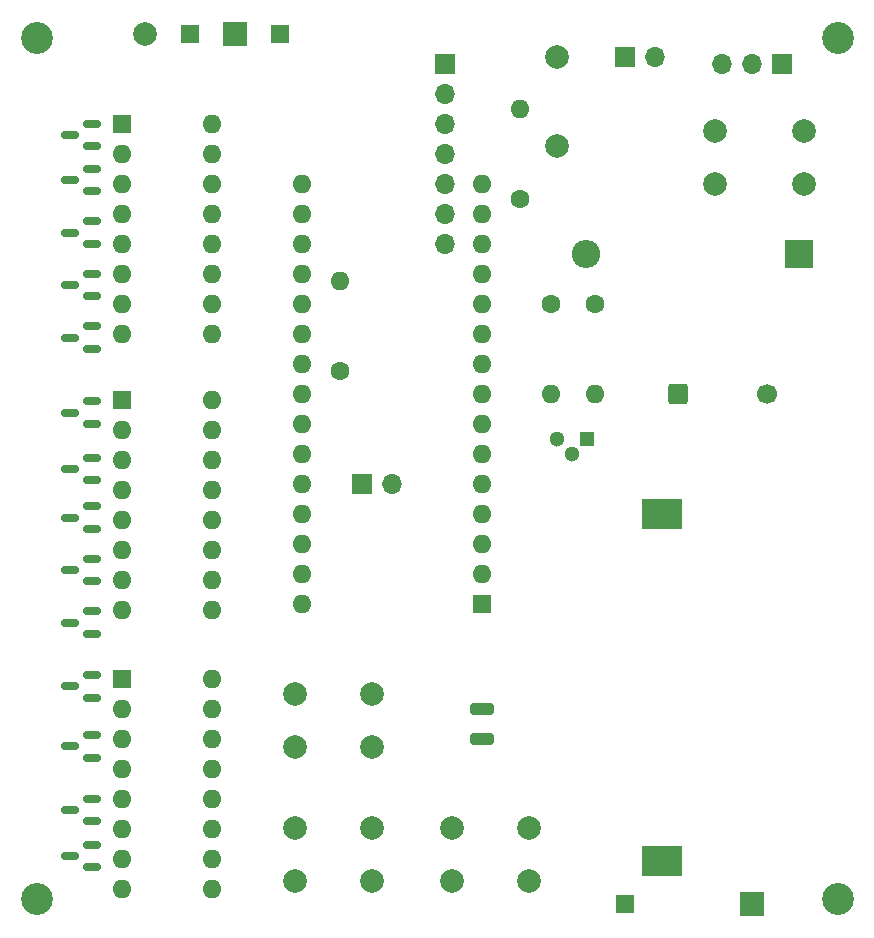
<source format=gbr>
%TF.GenerationSoftware,KiCad,Pcbnew,8.0.6*%
%TF.CreationDate,2024-12-28T16:15:17+01:00*%
%TF.ProjectId,lightning_detector,6c696768-746e-4696-9e67-5f6465746563,rev?*%
%TF.SameCoordinates,Original*%
%TF.FileFunction,Soldermask,Top*%
%TF.FilePolarity,Negative*%
%FSLAX46Y46*%
G04 Gerber Fmt 4.6, Leading zero omitted, Abs format (unit mm)*
G04 Created by KiCad (PCBNEW 8.0.6) date 2024-12-28 16:15:17*
%MOMM*%
%LPD*%
G01*
G04 APERTURE LIST*
G04 Aperture macros list*
%AMRoundRect*
0 Rectangle with rounded corners*
0 $1 Rounding radius*
0 $2 $3 $4 $5 $6 $7 $8 $9 X,Y pos of 4 corners*
0 Add a 4 corners polygon primitive as box body*
4,1,4,$2,$3,$4,$5,$6,$7,$8,$9,$2,$3,0*
0 Add four circle primitives for the rounded corners*
1,1,$1+$1,$2,$3*
1,1,$1+$1,$4,$5*
1,1,$1+$1,$6,$7*
1,1,$1+$1,$8,$9*
0 Add four rect primitives between the rounded corners*
20,1,$1+$1,$2,$3,$4,$5,0*
20,1,$1+$1,$4,$5,$6,$7,0*
20,1,$1+$1,$6,$7,$8,$9,0*
20,1,$1+$1,$8,$9,$2,$3,0*%
G04 Aperture macros list end*
%ADD10C,2.700000*%
%ADD11C,2.000000*%
%ADD12RoundRect,0.150000X0.587500X0.150000X-0.587500X0.150000X-0.587500X-0.150000X0.587500X-0.150000X0*%
%ADD13R,1.600000X1.600000*%
%ADD14O,1.600000X1.600000*%
%ADD15R,2.000000X2.000000*%
%ADD16R,1.500000X1.500000*%
%ADD17RoundRect,0.249900X-0.600100X-0.600100X0.600100X-0.600100X0.600100X0.600100X-0.600100X0.600100X0*%
%ADD18C,1.700000*%
%ADD19R,1.300000X1.300000*%
%ADD20C,1.300000*%
%ADD21C,1.600000*%
%ADD22R,2.400000X2.400000*%
%ADD23O,2.400000X2.400000*%
%ADD24RoundRect,0.250000X0.750000X-0.250000X0.750000X0.250000X-0.750000X0.250000X-0.750000X-0.250000X0*%
%ADD25R,1.700000X1.700000*%
%ADD26O,1.700000X1.700000*%
%ADD27R,3.510000X2.540000*%
G04 APERTURE END LIST*
D10*
%TO.C,H1*%
X30861000Y-20701000D03*
%TD*%
D11*
%TO.C,SW7*%
X66040000Y-87575000D03*
X72540000Y-87575000D03*
X66040000Y-92075000D03*
X72540000Y-92075000D03*
%TD*%
D12*
%TO.C,D4*%
X35560000Y-42540000D03*
X35560000Y-40640000D03*
X33685000Y-41590000D03*
%TD*%
%TO.C,D10*%
X35530000Y-71115000D03*
X35530000Y-69215000D03*
X33655000Y-70165000D03*
%TD*%
D11*
%TO.C,SW5*%
X52705000Y-76200000D03*
X59205000Y-76200000D03*
X52705000Y-80700000D03*
X59205000Y-80700000D03*
%TD*%
D12*
%TO.C,D12*%
X35530000Y-81600000D03*
X35530000Y-79700000D03*
X33655000Y-80650000D03*
%TD*%
D13*
%TO.C,SW2*%
X38100000Y-27940000D03*
D14*
X38100000Y-30480000D03*
X38100000Y-33020000D03*
X38100000Y-35560000D03*
X38100000Y-38100000D03*
X38100000Y-40640000D03*
X38100000Y-43180000D03*
X38100000Y-45720000D03*
X45720000Y-45720000D03*
X45720000Y-43180000D03*
X45720000Y-40640000D03*
X45720000Y-38100000D03*
X45720000Y-35560000D03*
X45720000Y-33020000D03*
X45720000Y-30480000D03*
X45720000Y-27940000D03*
%TD*%
D15*
%TO.C,TP3*%
X47625000Y-20320000D03*
%TD*%
D11*
%TO.C,C4*%
X74930000Y-29785000D03*
X74930000Y-22285000D03*
%TD*%
D16*
%TO.C,TP4*%
X51435000Y-20320000D03*
%TD*%
D17*
%TO.C,LS1*%
X85110000Y-50800000D03*
D18*
X92710000Y-50800000D03*
%TD*%
D10*
%TO.C,H3*%
X98679000Y-93599000D03*
%TD*%
D16*
%TO.C,TP6*%
X80645000Y-93980000D03*
%TD*%
D19*
%TO.C,Q1*%
X77470000Y-54610000D03*
D20*
X76200000Y-55880000D03*
X74930000Y-54610000D03*
%TD*%
D21*
%TO.C,R2*%
X78105000Y-43180000D03*
D14*
X78105000Y-50800000D03*
%TD*%
D11*
%TO.C,C2*%
X88325000Y-33020000D03*
X95825000Y-33020000D03*
%TD*%
D12*
%TO.C,D11*%
X35530000Y-76515000D03*
X35530000Y-74615000D03*
X33655000Y-75565000D03*
%TD*%
D13*
%TO.C,SW3*%
X38100000Y-51308000D03*
D14*
X38100000Y-53848000D03*
X38100000Y-56388000D03*
X38100000Y-58928000D03*
X38100000Y-61468000D03*
X38100000Y-64008000D03*
X38100000Y-66548000D03*
X38100000Y-69088000D03*
X45720000Y-69088000D03*
X45720000Y-66548000D03*
X45720000Y-64008000D03*
X45720000Y-61468000D03*
X45720000Y-58928000D03*
X45720000Y-56388000D03*
X45720000Y-53848000D03*
X45720000Y-51308000D03*
%TD*%
D12*
%TO.C,D8*%
X35530000Y-62225000D03*
X35530000Y-60325000D03*
X33655000Y-61275000D03*
%TD*%
D22*
%TO.C,C1*%
X95360000Y-38977500D03*
D23*
X77360000Y-38977500D03*
%TD*%
D12*
%TO.C,D5*%
X35560000Y-46985000D03*
X35560000Y-45085000D03*
X33685000Y-46035000D03*
%TD*%
D21*
%TO.C,R4*%
X71755000Y-34290000D03*
D14*
X71755000Y-26670000D03*
%TD*%
D21*
%TO.C,R1*%
X74422000Y-43180000D03*
D14*
X74422000Y-50800000D03*
%TD*%
D24*
%TO.C,J5*%
X68580000Y-80010000D03*
%TD*%
D25*
%TO.C,SW1*%
X93980000Y-22860000D03*
D26*
X91440000Y-22860000D03*
X88900000Y-22860000D03*
%TD*%
D24*
%TO.C,J6*%
X68580000Y-77470000D03*
%TD*%
D12*
%TO.C,D6*%
X35560000Y-53335000D03*
X35560000Y-51435000D03*
X33685000Y-52385000D03*
%TD*%
%TO.C,D14*%
X35530000Y-90866000D03*
X35530000Y-88966000D03*
X33655000Y-89916000D03*
%TD*%
D11*
%TO.C,C3*%
X88325000Y-28575000D03*
X95825000Y-28575000D03*
%TD*%
D12*
%TO.C,D1*%
X35560000Y-29845000D03*
X35560000Y-27945000D03*
X33685000Y-28895000D03*
%TD*%
D16*
%TO.C,TP2*%
X43815000Y-20320000D03*
%TD*%
D12*
%TO.C,D7*%
X35530000Y-58095000D03*
X35530000Y-56195000D03*
X33655000Y-57145000D03*
%TD*%
%TO.C,D13*%
X35530000Y-86995000D03*
X35530000Y-85095000D03*
X33655000Y-86045000D03*
%TD*%
%TO.C,D3*%
X35560000Y-38095000D03*
X35560000Y-36195000D03*
X33685000Y-37145000D03*
%TD*%
%TO.C,D9*%
X35530000Y-66665000D03*
X35530000Y-64765000D03*
X33655000Y-65715000D03*
%TD*%
D10*
%TO.C,H4*%
X98679000Y-20701000D03*
%TD*%
D21*
%TO.C,R3*%
X56515000Y-48895000D03*
D14*
X56515000Y-41275000D03*
%TD*%
D10*
%TO.C,H2*%
X30861000Y-93599000D03*
%TD*%
D11*
%TO.C,TP1*%
X40005000Y-20320000D03*
%TD*%
D13*
%TO.C,SW4*%
X38100000Y-74930000D03*
D14*
X38100000Y-77470000D03*
X38100000Y-80010000D03*
X38100000Y-82550000D03*
X38100000Y-85090000D03*
X38100000Y-87630000D03*
X38100000Y-90170000D03*
X38100000Y-92710000D03*
X45720000Y-92710000D03*
X45720000Y-90170000D03*
X45720000Y-87630000D03*
X45720000Y-85090000D03*
X45720000Y-82550000D03*
X45720000Y-80010000D03*
X45720000Y-77470000D03*
X45720000Y-74930000D03*
%TD*%
D13*
%TO.C,A1*%
X68580000Y-68580000D03*
D14*
X68580000Y-66040000D03*
X68580000Y-63500000D03*
X68580000Y-60960000D03*
X68580000Y-58420000D03*
X68580000Y-55880000D03*
X68580000Y-53340000D03*
X68580000Y-50800000D03*
X68580000Y-48260000D03*
X68580000Y-45720000D03*
X68580000Y-43180000D03*
X68580000Y-40640000D03*
X68580000Y-38100000D03*
X68580000Y-35560000D03*
X68580000Y-33020000D03*
X53340000Y-33020000D03*
X53340000Y-35560000D03*
X53340000Y-38100000D03*
X53340000Y-40640000D03*
X53340000Y-43180000D03*
X53340000Y-45720000D03*
X53340000Y-48260000D03*
X53340000Y-50800000D03*
X53340000Y-53340000D03*
X53340000Y-55880000D03*
X53340000Y-58420000D03*
X53340000Y-60960000D03*
X53340000Y-63500000D03*
X53340000Y-66040000D03*
X53340000Y-68580000D03*
%TD*%
D12*
%TO.C,D2*%
X35560000Y-33655000D03*
X35560000Y-31755000D03*
X33685000Y-32705000D03*
%TD*%
D27*
%TO.C,BT1*%
X83820000Y-90320000D03*
X83820000Y-60960000D03*
%TD*%
D11*
%TO.C,SW6*%
X52705000Y-87575000D03*
X59205000Y-87575000D03*
X52705000Y-92075000D03*
X59205000Y-92075000D03*
%TD*%
D15*
%TO.C,TP5*%
X91440000Y-93980000D03*
%TD*%
D25*
%TO.C,J1*%
X65405000Y-22860000D03*
D26*
X65405000Y-25400000D03*
X65405000Y-27940000D03*
X65405000Y-30480000D03*
X65405000Y-33020000D03*
X65405000Y-35560000D03*
X65405000Y-38100000D03*
%TD*%
D25*
%TO.C,J7*%
X58420000Y-58420000D03*
D26*
X60960000Y-58420000D03*
%TD*%
D25*
%TO.C,J2*%
X80640000Y-22295000D03*
D26*
X83180000Y-22295000D03*
%TD*%
M02*

</source>
